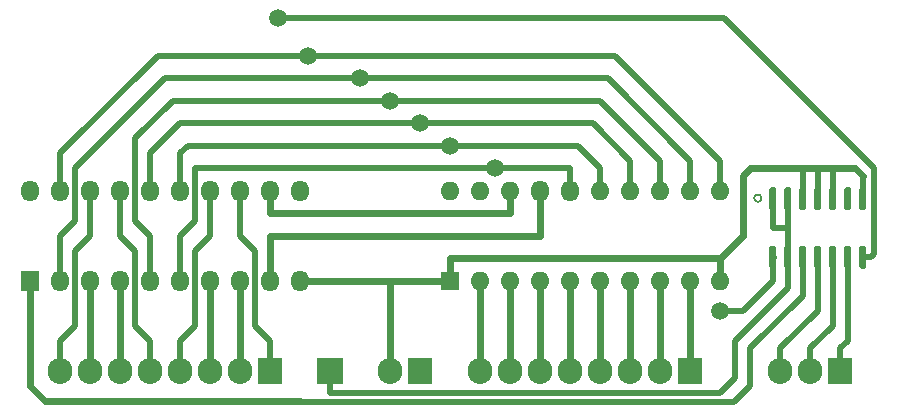
<source format=gbr>
%TF.GenerationSoftware,KiCad,Pcbnew,(5.1.8)-1*%
%TF.CreationDate,2024-03-21T22:44:30+03:00*%
%TF.ProjectId,Reg,5265672e-6b69-4636-9164-5f7063625858,rev?*%
%TF.SameCoordinates,Original*%
%TF.FileFunction,Copper,L2,Bot*%
%TF.FilePolarity,Positive*%
%FSLAX46Y46*%
G04 Gerber Fmt 4.6, Leading zero omitted, Abs format (unit mm)*
G04 Created by KiCad (PCBNEW (5.1.8)-1) date 2024-03-21 22:44:30*
%MOMM*%
%LPD*%
G01*
G04 APERTURE LIST*
%TA.AperFunction,NonConductor*%
%ADD10C,0.200000*%
%TD*%
%TA.AperFunction,ComponentPad*%
%ADD11R,2.200000X2.200000*%
%TD*%
%TA.AperFunction,ComponentPad*%
%ADD12O,1.500000X1.800000*%
%TD*%
%TA.AperFunction,ComponentPad*%
%ADD13R,1.500000X1.800000*%
%TD*%
%TA.AperFunction,ComponentPad*%
%ADD14O,1.600000X1.600000*%
%TD*%
%TA.AperFunction,ComponentPad*%
%ADD15R,1.600000X1.600000*%
%TD*%
%TA.AperFunction,ComponentPad*%
%ADD16R,2.100000X2.200000*%
%TD*%
%TA.AperFunction,ComponentPad*%
%ADD17O,2.100000X2.200000*%
%TD*%
%TA.AperFunction,ViaPad*%
%ADD18C,1.500000*%
%TD*%
%TA.AperFunction,Conductor*%
%ADD19C,0.600000*%
%TD*%
%TA.AperFunction,Conductor*%
%ADD20C,0.500000*%
%TD*%
G04 APERTURE END LIST*
D10*
X112712500Y-38735000D02*
G75*
G03*
X112712500Y-38735000I-317500J0D01*
G01*
D11*
%TO.P,J5,1*%
%TO.N,/Res*%
X76200000Y-53340000D03*
%TD*%
D12*
%TO.P,U1,20*%
%TO.N,VCC*%
X50800000Y-38100000D03*
%TO.P,U1,10*%
%TO.N,GND*%
X73660000Y-45720000D03*
%TO.P,U1,19*%
%TO.N,/L7*%
X53340000Y-38100000D03*
%TO.P,U1,9*%
%TO.N,/L1*%
X71120000Y-45720000D03*
%TO.P,U1,18*%
%TO.N,/D7*%
X55880000Y-38100000D03*
%TO.P,U1,8*%
%TO.N,/D1*%
X68580000Y-45720000D03*
%TO.P,U1,17*%
%TO.N,/D4*%
X58420000Y-38100000D03*
%TO.P,U1,7*%
%TO.N,/D2*%
X66040000Y-45720000D03*
%TO.P,U1,16*%
%TO.N,/L4*%
X60960000Y-38100000D03*
%TO.P,U1,6*%
%TO.N,/L2*%
X63500000Y-45720000D03*
%TO.P,U1,15*%
%TO.N,/L3*%
X63500000Y-38100000D03*
%TO.P,U1,5*%
%TO.N,/L5*%
X60960000Y-45720000D03*
%TO.P,U1,14*%
%TO.N,/D3*%
X66040000Y-38100000D03*
%TO.P,U1,4*%
%TO.N,/D5*%
X58420000Y-45720000D03*
%TO.P,U1,13*%
%TO.N,/D0*%
X68580000Y-38100000D03*
%TO.P,U1,3*%
%TO.N,/D6*%
X55880000Y-45720000D03*
%TO.P,U1,12*%
%TO.N,/L0*%
X71120000Y-38100000D03*
%TO.P,U1,2*%
%TO.N,/L6*%
X53340000Y-45720000D03*
%TO.P,U1,11*%
%TO.N,Net-(U1-Pad11)*%
X73660000Y-38100000D03*
D13*
%TO.P,U1,1*%
%TO.N,Net-(U1-Pad1)*%
X50800000Y-45720000D03*
%TD*%
D14*
%TO.P,U2,20*%
%TO.N,VCC*%
X86360000Y-38100000D03*
%TO.P,U2,10*%
%TO.N,GND*%
X109220000Y-45720000D03*
%TO.P,U2,19*%
%TO.N,/~CS*%
X88900000Y-38100000D03*
%TO.P,U2,9*%
%TO.N,/Q7*%
X106680000Y-45720000D03*
%TO.P,U2,18*%
%TO.N,/L0*%
X91440000Y-38100000D03*
%TO.P,U2,8*%
%TO.N,/Q6*%
X104140000Y-45720000D03*
D12*
%TO.P,U2,17*%
%TO.N,/L1*%
X93980000Y-38100000D03*
D14*
%TO.P,U2,7*%
%TO.N,/Q5*%
X101600000Y-45720000D03*
D12*
%TO.P,U2,16*%
%TO.N,/L2*%
X96520000Y-38100000D03*
D14*
%TO.P,U2,6*%
%TO.N,/Q4*%
X99060000Y-45720000D03*
%TO.P,U2,15*%
%TO.N,/L3*%
X99060000Y-38100000D03*
%TO.P,U2,5*%
%TO.N,/Q3*%
X96520000Y-45720000D03*
%TO.P,U2,14*%
%TO.N,/L4*%
X101600000Y-38100000D03*
%TO.P,U2,4*%
%TO.N,/Q2*%
X93980000Y-45720000D03*
%TO.P,U2,13*%
%TO.N,/L5*%
X104140000Y-38100000D03*
%TO.P,U2,3*%
%TO.N,/Q1*%
X91440000Y-45720000D03*
%TO.P,U2,12*%
%TO.N,/L6*%
X106680000Y-38100000D03*
%TO.P,U2,2*%
%TO.N,/Q0*%
X88900000Y-45720000D03*
%TO.P,U2,11*%
%TO.N,/L7*%
X109220000Y-38100000D03*
D15*
%TO.P,U2,1*%
%TO.N,GND*%
X86360000Y-45720000D03*
%TD*%
D16*
%TO.P,J1,1*%
%TO.N,/D0*%
X71120000Y-53340000D03*
D17*
%TO.P,J1,2*%
%TO.N,/D1*%
X68580000Y-53340000D03*
%TO.P,J1,3*%
%TO.N,/D2*%
X66040000Y-53340000D03*
%TO.P,J1,4*%
%TO.N,/D3*%
X63500000Y-53340000D03*
%TO.P,J1,5*%
%TO.N,/D4*%
X60960000Y-53340000D03*
%TO.P,J1,6*%
%TO.N,/D5*%
X58420000Y-53340000D03*
%TO.P,J1,7*%
%TO.N,/D6*%
X55880000Y-53340000D03*
%TO.P,J1,8*%
%TO.N,/D7*%
X53340000Y-53340000D03*
%TD*%
%TO.P,J2,8*%
%TO.N,/Q0*%
X88900000Y-53340000D03*
%TO.P,J2,7*%
%TO.N,/Q1*%
X91440000Y-53340000D03*
%TO.P,J2,6*%
%TO.N,/Q2*%
X93980000Y-53340000D03*
%TO.P,J2,5*%
%TO.N,/Q3*%
X96520000Y-53340000D03*
%TO.P,J2,4*%
%TO.N,/Q4*%
X99060000Y-53340000D03*
%TO.P,J2,3*%
%TO.N,/Q5*%
X101600000Y-53340000D03*
%TO.P,J2,2*%
%TO.N,/Q6*%
X104140000Y-53340000D03*
D16*
%TO.P,J2,1*%
%TO.N,/Q7*%
X106680000Y-53340000D03*
%TD*%
%TO.P,J3,1*%
%TO.N,VCC*%
X83820000Y-53340000D03*
D17*
%TO.P,J3,2*%
%TO.N,GND*%
X81280000Y-53340000D03*
%TD*%
D16*
%TO.P,J4,1*%
%TO.N,/~Row*%
X119380000Y-53340000D03*
D17*
%TO.P,J4,2*%
%TO.N,/~Col*%
X116840000Y-53340000D03*
%TO.P,J4,3*%
%TO.N,/~CS*%
X114300000Y-53340000D03*
%TD*%
%TO.P,U3,1*%
%TO.N,/Res*%
%TA.AperFunction,SMDPad,CuDef*%
G36*
G01*
X113515000Y-37825000D02*
X113815000Y-37825000D01*
G75*
G02*
X113965000Y-37975000I0J-150000D01*
G01*
X113965000Y-39625000D01*
G75*
G02*
X113815000Y-39775000I-150000J0D01*
G01*
X113515000Y-39775000D01*
G75*
G02*
X113365000Y-39625000I0J150000D01*
G01*
X113365000Y-37975000D01*
G75*
G02*
X113515000Y-37825000I150000J0D01*
G01*
G37*
%TD.AperFunction*%
%TO.P,U3,2*%
%TA.AperFunction,SMDPad,CuDef*%
G36*
G01*
X114785000Y-37825000D02*
X115085000Y-37825000D01*
G75*
G02*
X115235000Y-37975000I0J-150000D01*
G01*
X115235000Y-39625000D01*
G75*
G02*
X115085000Y-39775000I-150000J0D01*
G01*
X114785000Y-39775000D01*
G75*
G02*
X114635000Y-39625000I0J150000D01*
G01*
X114635000Y-37975000D01*
G75*
G02*
X114785000Y-37825000I150000J0D01*
G01*
G37*
%TD.AperFunction*%
%TO.P,U3,3*%
%TO.N,GND*%
%TA.AperFunction,SMDPad,CuDef*%
G36*
G01*
X116055000Y-37825000D02*
X116355000Y-37825000D01*
G75*
G02*
X116505000Y-37975000I0J-150000D01*
G01*
X116505000Y-39625000D01*
G75*
G02*
X116355000Y-39775000I-150000J0D01*
G01*
X116055000Y-39775000D01*
G75*
G02*
X115905000Y-39625000I0J150000D01*
G01*
X115905000Y-37975000D01*
G75*
G02*
X116055000Y-37825000I150000J0D01*
G01*
G37*
%TD.AperFunction*%
%TO.P,U3,4*%
%TA.AperFunction,SMDPad,CuDef*%
G36*
G01*
X117325000Y-37825000D02*
X117625000Y-37825000D01*
G75*
G02*
X117775000Y-37975000I0J-150000D01*
G01*
X117775000Y-39625000D01*
G75*
G02*
X117625000Y-39775000I-150000J0D01*
G01*
X117325000Y-39775000D01*
G75*
G02*
X117175000Y-39625000I0J150000D01*
G01*
X117175000Y-37975000D01*
G75*
G02*
X117325000Y-37825000I150000J0D01*
G01*
G37*
%TD.AperFunction*%
%TO.P,U3,5*%
%TA.AperFunction,SMDPad,CuDef*%
G36*
G01*
X118595000Y-37825000D02*
X118895000Y-37825000D01*
G75*
G02*
X119045000Y-37975000I0J-150000D01*
G01*
X119045000Y-39625000D01*
G75*
G02*
X118895000Y-39775000I-150000J0D01*
G01*
X118595000Y-39775000D01*
G75*
G02*
X118445000Y-39625000I0J150000D01*
G01*
X118445000Y-37975000D01*
G75*
G02*
X118595000Y-37825000I150000J0D01*
G01*
G37*
%TD.AperFunction*%
%TO.P,U3,6*%
%TO.N,Net-(U3-Pad6)*%
%TA.AperFunction,SMDPad,CuDef*%
G36*
G01*
X119865000Y-37825000D02*
X120165000Y-37825000D01*
G75*
G02*
X120315000Y-37975000I0J-150000D01*
G01*
X120315000Y-39625000D01*
G75*
G02*
X120165000Y-39775000I-150000J0D01*
G01*
X119865000Y-39775000D01*
G75*
G02*
X119715000Y-39625000I0J150000D01*
G01*
X119715000Y-37975000D01*
G75*
G02*
X119865000Y-37825000I150000J0D01*
G01*
G37*
%TD.AperFunction*%
%TO.P,U3,7*%
%TO.N,GND*%
%TA.AperFunction,SMDPad,CuDef*%
G36*
G01*
X121135000Y-37825000D02*
X121435000Y-37825000D01*
G75*
G02*
X121585000Y-37975000I0J-150000D01*
G01*
X121585000Y-39625000D01*
G75*
G02*
X121435000Y-39775000I-150000J0D01*
G01*
X121135000Y-39775000D01*
G75*
G02*
X120985000Y-39625000I0J150000D01*
G01*
X120985000Y-37975000D01*
G75*
G02*
X121135000Y-37825000I150000J0D01*
G01*
G37*
%TD.AperFunction*%
%TO.P,U3,8*%
%TO.N,Net-(U1-Pad11)*%
%TA.AperFunction,SMDPad,CuDef*%
G36*
G01*
X121135000Y-42775000D02*
X121435000Y-42775000D01*
G75*
G02*
X121585000Y-42925000I0J-150000D01*
G01*
X121585000Y-44575000D01*
G75*
G02*
X121435000Y-44725000I-150000J0D01*
G01*
X121135000Y-44725000D01*
G75*
G02*
X120985000Y-44575000I0J150000D01*
G01*
X120985000Y-42925000D01*
G75*
G02*
X121135000Y-42775000I150000J0D01*
G01*
G37*
%TD.AperFunction*%
%TO.P,U3,9*%
%TO.N,/~Row*%
%TA.AperFunction,SMDPad,CuDef*%
G36*
G01*
X119865000Y-42775000D02*
X120165000Y-42775000D01*
G75*
G02*
X120315000Y-42925000I0J-150000D01*
G01*
X120315000Y-44575000D01*
G75*
G02*
X120165000Y-44725000I-150000J0D01*
G01*
X119865000Y-44725000D01*
G75*
G02*
X119715000Y-44575000I0J150000D01*
G01*
X119715000Y-42925000D01*
G75*
G02*
X119865000Y-42775000I150000J0D01*
G01*
G37*
%TD.AperFunction*%
%TO.P,U3,10*%
%TO.N,/~Col*%
%TA.AperFunction,SMDPad,CuDef*%
G36*
G01*
X118595000Y-42775000D02*
X118895000Y-42775000D01*
G75*
G02*
X119045000Y-42925000I0J-150000D01*
G01*
X119045000Y-44575000D01*
G75*
G02*
X118895000Y-44725000I-150000J0D01*
G01*
X118595000Y-44725000D01*
G75*
G02*
X118445000Y-44575000I0J150000D01*
G01*
X118445000Y-42925000D01*
G75*
G02*
X118595000Y-42775000I150000J0D01*
G01*
G37*
%TD.AperFunction*%
%TO.P,U3,11*%
%TO.N,/~CS*%
%TA.AperFunction,SMDPad,CuDef*%
G36*
G01*
X117325000Y-42775000D02*
X117625000Y-42775000D01*
G75*
G02*
X117775000Y-42925000I0J-150000D01*
G01*
X117775000Y-44575000D01*
G75*
G02*
X117625000Y-44725000I-150000J0D01*
G01*
X117325000Y-44725000D01*
G75*
G02*
X117175000Y-44575000I0J150000D01*
G01*
X117175000Y-42925000D01*
G75*
G02*
X117325000Y-42775000I150000J0D01*
G01*
G37*
%TD.AperFunction*%
%TO.P,U3,12*%
%TO.N,Net-(U1-Pad1)*%
%TA.AperFunction,SMDPad,CuDef*%
G36*
G01*
X116055000Y-42775000D02*
X116355000Y-42775000D01*
G75*
G02*
X116505000Y-42925000I0J-150000D01*
G01*
X116505000Y-44575000D01*
G75*
G02*
X116355000Y-44725000I-150000J0D01*
G01*
X116055000Y-44725000D01*
G75*
G02*
X115905000Y-44575000I0J150000D01*
G01*
X115905000Y-42925000D01*
G75*
G02*
X116055000Y-42775000I150000J0D01*
G01*
G37*
%TD.AperFunction*%
%TO.P,U3,13*%
%TO.N,/Res*%
%TA.AperFunction,SMDPad,CuDef*%
G36*
G01*
X114785000Y-42775000D02*
X115085000Y-42775000D01*
G75*
G02*
X115235000Y-42925000I0J-150000D01*
G01*
X115235000Y-44575000D01*
G75*
G02*
X115085000Y-44725000I-150000J0D01*
G01*
X114785000Y-44725000D01*
G75*
G02*
X114635000Y-44575000I0J150000D01*
G01*
X114635000Y-42925000D01*
G75*
G02*
X114785000Y-42775000I150000J0D01*
G01*
G37*
%TD.AperFunction*%
%TO.P,U3,14*%
%TO.N,VCC*%
%TA.AperFunction,SMDPad,CuDef*%
G36*
G01*
X113515000Y-42775000D02*
X113815000Y-42775000D01*
G75*
G02*
X113965000Y-42925000I0J-150000D01*
G01*
X113965000Y-44575000D01*
G75*
G02*
X113815000Y-44725000I-150000J0D01*
G01*
X113515000Y-44725000D01*
G75*
G02*
X113365000Y-44575000I0J150000D01*
G01*
X113365000Y-42925000D01*
G75*
G02*
X113515000Y-42775000I150000J0D01*
G01*
G37*
%TD.AperFunction*%
%TD*%
D18*
%TO.N,VCC*%
X109220000Y-48260000D03*
%TO.N,Net-(U1-Pad11)*%
X71755000Y-23495000D03*
%TO.N,/L2*%
X90170000Y-36195000D03*
%TO.N,/L3*%
X86360000Y-34290000D03*
%TO.N,/L4*%
X83820000Y-32385000D03*
%TO.N,/L5*%
X81280000Y-30480000D03*
%TO.N,/L6*%
X78740000Y-28575000D03*
%TO.N,/L7*%
X74295000Y-26670000D03*
%TD*%
D19*
%TO.N,VCC*%
X113600000Y-43815000D02*
X113665000Y-43750000D01*
D20*
X109220000Y-48260000D02*
X109220000Y-48260000D01*
X113665000Y-45720000D02*
X113665000Y-43750000D01*
X111125000Y-48260000D02*
X113665000Y-45720000D01*
X109220000Y-48260000D02*
X111125000Y-48260000D01*
D19*
%TO.N,GND*%
X86360000Y-43815000D02*
X86360000Y-45720000D01*
X86360000Y-43815000D02*
X109220000Y-43815000D01*
X81280000Y-45720000D02*
X81280000Y-53340000D01*
X73660000Y-45720000D02*
X81280000Y-45720000D01*
X81280000Y-45720000D02*
X86360000Y-45720000D01*
X109220000Y-43815000D02*
X109220000Y-45720000D01*
X120650000Y-36195000D02*
X121285000Y-36830000D01*
D20*
X121285000Y-36830000D02*
X121285000Y-38800000D01*
D19*
X111125000Y-36830000D02*
X111760000Y-36195000D01*
X111125000Y-41910000D02*
X111125000Y-36830000D01*
X109220000Y-43815000D02*
X111125000Y-41910000D01*
D20*
X116205000Y-36195000D02*
X116205000Y-38800000D01*
D19*
X111760000Y-36195000D02*
X116205000Y-36195000D01*
D20*
X117475000Y-36195000D02*
X117475000Y-38800000D01*
D19*
X116205000Y-36195000D02*
X117475000Y-36195000D01*
D20*
X118745000Y-36195000D02*
X118745000Y-38800000D01*
D19*
X117475000Y-36195000D02*
X118745000Y-36195000D01*
X118745000Y-36195000D02*
X120650000Y-36195000D01*
D20*
%TO.N,/D7*%
X53340000Y-50800000D02*
X53340000Y-53340000D01*
X54610000Y-49530000D02*
X53340000Y-50800000D01*
X54610000Y-43180000D02*
X54610000Y-49530000D01*
X55880000Y-41910000D02*
X54610000Y-43180000D01*
X55880000Y-38100000D02*
X55880000Y-41910000D01*
D19*
%TO.N,/D6*%
X55880000Y-45720000D02*
X55880000Y-53340000D01*
%TO.N,/D5*%
X58420000Y-45720000D02*
X58420000Y-53340000D01*
D20*
%TO.N,/D4*%
X60960000Y-50800000D02*
X60960000Y-53340000D01*
X59690000Y-43180000D02*
X59690000Y-49530000D01*
X58420000Y-41910000D02*
X59690000Y-43180000D01*
X59690000Y-49530000D02*
X60960000Y-50800000D01*
X58420000Y-38100000D02*
X58420000Y-41910000D01*
%TO.N,/D3*%
X63500000Y-50800000D02*
X63500000Y-53340000D01*
X64770000Y-49530000D02*
X63500000Y-50800000D01*
X64770000Y-43180000D02*
X64770000Y-49530000D01*
X66040000Y-41910000D02*
X64770000Y-43180000D01*
X66040000Y-38100000D02*
X66040000Y-41910000D01*
D19*
%TO.N,/D2*%
X66040000Y-45720000D02*
X66040000Y-53340000D01*
%TO.N,/D1*%
X68580000Y-45720000D02*
X68580000Y-53340000D01*
D20*
%TO.N,/D0*%
X69850000Y-49530000D02*
X71120000Y-50800000D01*
X69850000Y-43180000D02*
X69850000Y-49530000D01*
X68580000Y-41910000D02*
X69850000Y-43180000D01*
X71120000Y-50800000D02*
X71120000Y-53340000D01*
X68580000Y-38100000D02*
X68580000Y-41910000D01*
D19*
%TO.N,/Q0*%
X88900000Y-45720000D02*
X88900000Y-53340000D01*
%TO.N,/Q1*%
X91440000Y-45720000D02*
X91440000Y-53340000D01*
%TO.N,/Q2*%
X93980000Y-45720000D02*
X93980000Y-53340000D01*
%TO.N,/Q3*%
X96520000Y-45720000D02*
X96520000Y-53340000D01*
%TO.N,/Q4*%
X99060000Y-45720000D02*
X99060000Y-53340000D01*
%TO.N,/Q5*%
X101600000Y-45720000D02*
X101600000Y-53340000D01*
%TO.N,/Q6*%
X104140000Y-45720000D02*
X104140000Y-53340000D01*
%TO.N,/Q7*%
X106680000Y-45720000D02*
X106680000Y-53340000D01*
D20*
%TO.N,Net-(U1-Pad11)*%
X109537500Y-23495000D02*
X109220000Y-23495000D01*
X121985000Y-43750000D02*
X122237500Y-43497500D01*
X121285000Y-43750000D02*
X121985000Y-43750000D01*
X122237500Y-36195000D02*
X109537500Y-23495000D01*
X109220000Y-23495000D02*
X71755000Y-23495000D01*
X122237500Y-43497500D02*
X122237500Y-36195000D01*
X73660000Y-23495000D02*
X73660000Y-23495000D01*
%TO.N,/~Row*%
X119380000Y-51435000D02*
X119380000Y-53340000D01*
X120015000Y-50800000D02*
X119380000Y-51435000D01*
X120015000Y-43750000D02*
X120015000Y-50800000D01*
%TO.N,/~Col*%
X116840000Y-51435000D02*
X116840000Y-53340000D01*
X118745000Y-49530000D02*
X116840000Y-51435000D01*
X118745000Y-43750000D02*
X118745000Y-49530000D01*
%TO.N,/~CS*%
X114300000Y-51435000D02*
X114300000Y-53340000D01*
X117475000Y-48260000D02*
X114300000Y-51435000D01*
X117475000Y-43750000D02*
X117475000Y-48260000D01*
D19*
%TO.N,/L0*%
X71120000Y-40005000D02*
X91440000Y-40005000D01*
X91440000Y-38100000D02*
X91440000Y-40005000D01*
X71120000Y-38100000D02*
X71120000Y-40005000D01*
%TO.N,/L1*%
X93980000Y-41275000D02*
X93980000Y-38100000D01*
X71120000Y-41910000D02*
X93980000Y-41910000D01*
X93980000Y-41910000D02*
X93980000Y-41275000D01*
X71120000Y-45720000D02*
X71120000Y-41910000D01*
D20*
%TO.N,/L2*%
X63500000Y-41910000D02*
X63500000Y-45720000D01*
X64770000Y-40640000D02*
X63500000Y-41910000D01*
X64770000Y-36195000D02*
X64770000Y-40640000D01*
X96520000Y-36195000D02*
X64770000Y-36195000D01*
X96520000Y-38100000D02*
X96520000Y-36195000D01*
%TO.N,/L3*%
X99060000Y-36195000D02*
X99060000Y-38100000D01*
X63500000Y-38100000D02*
X63500000Y-34925000D01*
X64135000Y-34290000D02*
X97155000Y-34290000D01*
X97155000Y-34290000D02*
X99060000Y-36195000D01*
X63500000Y-34925000D02*
X64135000Y-34290000D01*
%TO.N,/L4*%
X101600000Y-35560000D02*
X101600000Y-38100000D01*
X98425000Y-32385000D02*
X101600000Y-35560000D01*
X63500000Y-32385000D02*
X98425000Y-32385000D01*
X60960000Y-34925000D02*
X63500000Y-32385000D01*
X60960000Y-38100000D02*
X60960000Y-34925000D01*
%TO.N,/L5*%
X104140000Y-35560000D02*
X104140000Y-38100000D01*
X99060000Y-30480000D02*
X104140000Y-35560000D01*
X62865000Y-30480000D02*
X80645000Y-30480000D01*
X59690000Y-33655000D02*
X62865000Y-30480000D01*
X59690000Y-40640000D02*
X59690000Y-33655000D01*
X60960000Y-41910000D02*
X59690000Y-40640000D01*
X60960000Y-45720000D02*
X60960000Y-41910000D01*
X80645000Y-30480000D02*
X99060000Y-30480000D01*
%TO.N,/L6*%
X106680000Y-36195000D02*
X106680000Y-38100000D01*
X99695000Y-28575000D02*
X106680000Y-35560000D01*
X106680000Y-35560000D02*
X106680000Y-36195000D01*
X54610000Y-36195000D02*
X62230000Y-28575000D01*
X54610000Y-40640000D02*
X54610000Y-36195000D01*
X53340000Y-41910000D02*
X54610000Y-40640000D01*
X62230000Y-28575000D02*
X99695000Y-28575000D01*
X53340000Y-45720000D02*
X53340000Y-41910000D01*
%TO.N,/L7*%
X58420000Y-29845000D02*
X58420000Y-29845000D01*
X109220000Y-36195000D02*
X109220000Y-38100000D01*
X109220000Y-35560000D02*
X109220000Y-36195000D01*
X100330000Y-26670000D02*
X109220000Y-35560000D01*
X61595000Y-26670000D02*
X100330000Y-26670000D01*
X53340000Y-34925000D02*
X61595000Y-26670000D01*
X53340000Y-38100000D02*
X53340000Y-34925000D01*
%TO.N,/Res*%
X113665000Y-38800000D02*
X113665000Y-41275000D01*
X113665000Y-41275000D02*
X114935000Y-41275000D01*
X114935000Y-41275000D02*
X114935000Y-43750000D01*
X114935000Y-38800000D02*
X114935000Y-41275000D01*
X114935000Y-46355000D02*
X114935000Y-43750000D01*
X110490000Y-50800000D02*
X114935000Y-46355000D01*
X76200000Y-53340000D02*
X76200000Y-55245000D01*
X109220000Y-55245000D02*
X110490000Y-53975000D01*
X110490000Y-53975000D02*
X110490000Y-50800000D01*
X76200000Y-55245000D02*
X109220000Y-55245000D01*
D19*
%TO.N,Net-(U1-Pad1)*%
X50800000Y-54610000D02*
X50800000Y-45720000D01*
X52070000Y-55880000D02*
X50800000Y-54610000D01*
X73660000Y-55880000D02*
X52070000Y-55880000D01*
D20*
X116205000Y-43750000D02*
X116205000Y-46990000D01*
X116205000Y-46990000D02*
X111760000Y-51435000D01*
X111760000Y-51435000D02*
X111760000Y-54610000D01*
X110363000Y-56007000D02*
X109982000Y-56007000D01*
X73660000Y-56007000D02*
X109982000Y-56007000D01*
X111125000Y-55245000D02*
X110363000Y-56007000D01*
X110490000Y-55880000D02*
X111125000Y-55245000D01*
X111125000Y-55245000D02*
X111760000Y-54610000D01*
%TD*%
M02*

</source>
